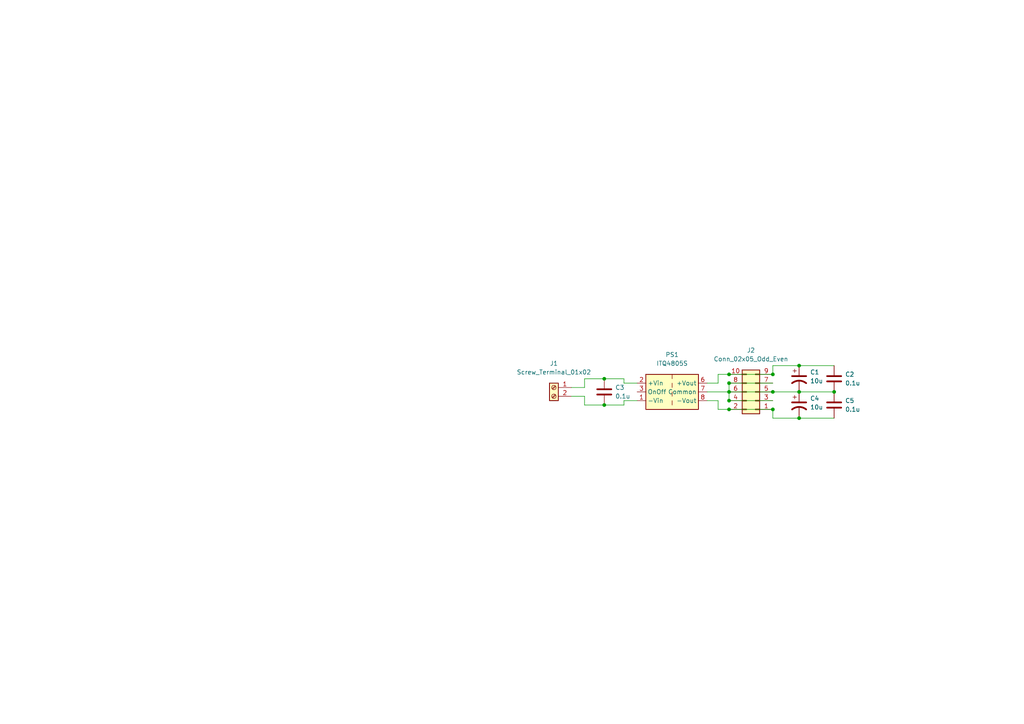
<source format=kicad_sch>
(kicad_sch (version 20211123) (generator eeschema)
  (paper "A4")
  (lib_symbols
    (symbol "Connector:Screw_Terminal_01x02" (pin_names (offset 1.016) hide)
      (property "Reference" "J" (at 0 2.54 0))
      (property "Value" "Screw_Terminal_01x02" (at 0 -5.08 0))
      (symbol "Screw_Terminal_01x02_1_1"
        (rectangle (start -1.27 1.27) (end 1.27 -3.81) (stroke (width 0.254)) (fill (type background)))
        (circle (center 0 -2.54) (radius 0.635) (stroke (width 0.1524)))
        (polyline (pts (xy -0.5334 -2.2098) (xy 0.3302 -3.048)) (stroke (width 0.1524)))
        (polyline (pts (xy -0.5334 0.3302) (xy 0.3302 -0.508)) (stroke (width 0.1524)))
        (polyline (pts (xy -0.3556 -2.032) (xy 0.508 -2.8702)) (stroke (width 0.1524)))
        (polyline (pts (xy -0.3556 0.508) (xy 0.508 -0.3302)) (stroke (width 0.1524)))
        (circle (center 0 0) (radius 0.635) (stroke (width 0.1524)))
        (pin passive line (at -5.08 0 0) (length 3.81) (name "Pin_1") (number "1"))
        (pin passive line (at -5.08 -2.54 0) (length 3.81) (name "Pin_2") (number "2"))
      )
    )
    (symbol "Connector_Generic:Conn_02x05_Odd_Even" (pin_names (offset 1.016) hide)
      (property "Reference" "J" (at 1.27 7.62 0))
      (property "Value" "Conn_02x05_Odd_Even" (at 1.27 -7.62 0))
      (symbol "Conn_02x05_Odd_Even_1_1"
        (rectangle (start -1.27 -4.953) (end 0 -5.207) (stroke (width 0.1524)))
        (rectangle (start -1.27 -2.413) (end 0 -2.667) (stroke (width 0.1524)))
        (rectangle (start -1.27 0.127) (end 0 -0.127) (stroke (width 0.1524)))
        (rectangle (start -1.27 2.667) (end 0 2.413) (stroke (width 0.1524)))
        (rectangle (start -1.27 5.207) (end 0 4.953) (stroke (width 0.1524)))
        (rectangle (start -1.27 6.35) (end 3.81 -6.35) (stroke (width 0.254)) (fill (type background)))
        (rectangle (start 3.81 -4.953) (end 2.54 -5.207) (stroke (width 0.1524)))
        (rectangle (start 3.81 -2.413) (end 2.54 -2.667) (stroke (width 0.1524)))
        (rectangle (start 3.81 0.127) (end 2.54 -0.127) (stroke (width 0.1524)))
        (rectangle (start 3.81 2.667) (end 2.54 2.413) (stroke (width 0.1524)))
        (rectangle (start 3.81 5.207) (end 2.54 4.953) (stroke (width 0.1524)))
        (pin passive line (at -5.08 5.08 0) (length 3.81) (name "Pin_1") (number "1"))
        (pin passive line (at 7.62 -5.08 180) (length 3.81) (name "Pin_10") (number "10"))
        (pin passive line (at 7.62 5.08 180) (length 3.81) (name "Pin_2") (number "2"))
        (pin passive line (at -5.08 2.54 0) (length 3.81) (name "Pin_3") (number "3"))
        (pin passive line (at 7.62 2.54 180) (length 3.81) (name "Pin_4") (number "4"))
        (pin passive line (at -5.08 0 0) (length 3.81) (name "Pin_5") (number "5"))
        (pin passive line (at 7.62 0 180) (length 3.81) (name "Pin_6") (number "6"))
        (pin passive line (at -5.08 -2.54 0) (length 3.81) (name "Pin_7") (number "7"))
        (pin passive line (at 7.62 -2.54 180) (length 3.81) (name "Pin_8") (number "8"))
        (pin passive line (at -5.08 -5.08 0) (length 3.81) (name "Pin_9") (number "9"))
      )
    )
    (symbol "Converter_DCDC:ITQ4805S"
      (property "Reference" "PS" (at -7.62 6.35 0))
      (property "Value" "ITQ4805S" (at 1.27 6.35 0))
      (symbol "ITQ4805S_0_0"
        (pin power_in line (at -10.16 -2.54 0) (length 2.54) (name "-Vin") (number "1"))
        (pin power_in line (at -10.16 2.54 0) (length 2.54) (name "+Vin") (number "2"))
        (pin input line (at -10.16 0 0) (length 2.54) (name "OnOff") (number "3"))
        (pin no_connect line (at 0 5.08 270) (length 2.54) hide (name "NC") (number "5"))
        (pin power_out line (at 10.16 2.54 180) (length 2.54) (name "+Vout") (number "6"))
        (pin power_out line (at 10.16 0 180) (length 2.54) (name "Common") (number "7"))
        (pin power_out line (at 10.16 -2.54 180) (length 2.54) (name "-Vout") (number "8"))
      )
      (symbol "ITQ4805S_0_1"
        (rectangle (start -7.62 5.08) (end 7.62 -5.08) (stroke (width 0.254)) (fill (type background)))
        (polyline (pts (xy 0 -2.54) (xy 0 -3.81)))
        (polyline (pts (xy 0 0) (xy 0 -1.27)))
        (polyline (pts (xy 0 2.54) (xy 0 1.27)))
        (polyline (pts (xy 0 5.08) (xy 0 3.81)))
      )
    )
    (symbol "Device:C" (pin_numbers hide) (pin_names (offset 0.254))
      (property "Reference" "C" (at 0.635 2.54 0))
      (property "Value" "C" (at 0.635 -2.54 0))
      (symbol "C_0_1"
        (polyline (pts (xy -2.032 -0.762) (xy 2.032 -0.762)) (stroke (width 0.508)))
        (polyline (pts (xy -2.032 0.762) (xy 2.032 0.762)) (stroke (width 0.508)))
      )
      (symbol "C_1_1"
        (pin passive line (at 0 3.81 270) (length 2.794) (name "~") (number "1"))
        (pin passive line (at 0 -3.81 90) (length 2.794) (name "~") (number "2"))
      )
    )
    (symbol "Device:C_Polarized_US" (pin_numbers hide) (pin_names (offset 0.254) hide)
      (property "Reference" "C" (at 0.635 2.54 0))
      (property "Value" "C_Polarized_US" (at 0.635 -2.54 0))
      (symbol "C_Polarized_US_0_1"
        (polyline (pts (xy -2.032 0.762) (xy 2.032 0.762)) (stroke (width 0.508)))
        (polyline (pts (xy -1.778 2.286) (xy -0.762 2.286)))
        (polyline (pts (xy -1.27 1.778) (xy -1.27 2.794)))
        (arc (start 2.032 -1.27) (mid 0 -0.5572) (end -2.032 -1.27) (stroke (width 0.508)))
      )
      (symbol "C_Polarized_US_1_1"
        (pin passive line (at 0 3.81 270) (length 2.794) (name "~") (number "1"))
        (pin passive line (at 0 -3.81 90) (length 3.302) (name "~") (number "2"))
      )
    )
  )
  (junction (at 231.775 113.665))
  (junction (at 211.455 111.125))
  (junction (at 175.26 109.855))
  (junction (at 231.775 106.045))
  (junction (at 241.935 113.665))
  (junction (at 224.155 108.585))
  (junction (at 211.455 108.585))
  (junction (at 224.155 113.665))
  (junction (at 231.775 121.285))
  (junction (at 211.455 116.205))
  (junction (at 224.155 118.745))
  (junction (at 211.455 113.665))
  (junction (at 175.26 117.475))
  (junction (at 211.455 118.745))
  (wire (pts (xy 231.775 113.665) (xy 241.935 113.665)))
  (wire (pts (xy 231.775 106.045) (xy 224.155 106.045)))
  (wire (pts (xy 180.975 117.475) (xy 180.975 116.205)))
  (wire (pts (xy 175.26 109.855) (xy 169.545 109.855)))
  (wire (pts (xy 211.455 108.585) (xy 224.155 108.585)))
  (wire (pts (xy 208.28 108.585) (xy 208.28 111.125)))
  (wire (pts (xy 211.455 113.665) (xy 224.155 113.665)))
  (wire (pts (xy 211.455 118.745) (xy 224.155 118.745)))
  (wire (pts (xy 224.155 113.665) (xy 231.775 113.665)))
  (wire (pts (xy 224.155 118.745) (xy 224.155 121.285)))
  (wire (pts (xy 211.455 116.205) (xy 224.155 116.205)))
  (wire (pts (xy 180.975 109.855) (xy 175.26 109.855)))
  (wire (pts (xy 208.28 118.745) (xy 211.455 118.745)))
  (wire (pts (xy 224.155 106.045) (xy 224.155 108.585)))
  (wire (pts (xy 184.785 111.125) (xy 180.975 111.125)))
  (wire (pts (xy 208.28 116.205) (xy 208.28 118.745)))
  (wire (pts (xy 205.105 116.205) (xy 208.28 116.205)))
  (wire (pts (xy 231.775 121.285) (xy 241.935 121.285)))
  (wire (pts (xy 211.455 111.125) (xy 211.455 113.665)))
  (wire (pts (xy 169.545 109.855) (xy 169.545 112.395)))
  (wire (pts (xy 169.545 114.935) (xy 169.545 117.475)))
  (wire (pts (xy 175.26 117.475) (xy 180.975 117.475)))
  (wire (pts (xy 180.975 116.205) (xy 184.785 116.205)))
  (wire (pts (xy 231.775 106.045) (xy 241.935 106.045)))
  (wire (pts (xy 211.455 113.665) (xy 211.455 116.205)))
  (wire (pts (xy 224.155 121.285) (xy 231.775 121.285)))
  (wire (pts (xy 211.455 108.585) (xy 208.28 108.585)))
  (wire (pts (xy 180.975 111.125) (xy 180.975 109.855)))
  (wire (pts (xy 205.105 111.125) (xy 208.28 111.125)))
  (wire (pts (xy 169.545 112.395) (xy 165.735 112.395)))
  (wire (pts (xy 165.735 114.935) (xy 169.545 114.935)))
  (wire (pts (xy 205.105 113.665) (xy 211.455 113.665)))
  (wire (pts (xy 211.455 111.125) (xy 224.155 111.125)))
  (wire (pts (xy 169.545 117.475) (xy 175.26 117.475)))
  (symbol (lib_id "Connector_Generic:Conn_02x05_Odd_Even") (at 219.075 113.665 180) (unit 1)
    (property "Reference" "J2" (at 217.805 101.6 0))
    (property "Value" "Conn_02x05_Odd_Even" (at 217.805 104.14 0))
    (property "Footprint" "Connector_PinSocket_2.54mm:PinSocket_2x05_P2.54mm_Vertical" (effects hide))
  )
  (symbol (lib_id "Device:C") (at 241.935 109.855 0) (unit 1)
    (property "Reference" "C2" (at 245.11 108.5849 0) (effects (justify left)))
    (property "Value" "0.1u" (at 245.11 111.1249 0) (effects (justify left)))
    (property "Footprint" "Capacitor_THT:C_Disc_D3.4mm_W2.1mm_P2.50mm" (effects hide))
  )
  (symbol (lib_id "Connector:Screw_Terminal_01x02") (at 160.655 112.395 0) (mirror y) (unit 1)
    (property "Reference" "J1" (at 160.655 105.41 0))
    (property "Value" "Screw_Terminal_01x02" (at 160.655 107.95 0))
    (property "Footprint" "TerminalBlock_Phoenix:TerminalBlock_Phoenix_PT-1,5-2-3.5-H_1x02_P3.50mm_Horizontal" (effects hide))
  )
  (symbol (lib_id "Device:C") (at 241.935 117.475 0) (unit 1)
    (property "Reference" "C5" (at 245.11 116.2049 0) (effects (justify left)))
    (property "Value" "0.1u" (at 245.11 118.7449 0) (effects (justify left)))
    (property "Footprint" "Capacitor_THT:C_Disc_D3.4mm_W2.1mm_P2.50mm" (effects hide))
  )
  (symbol (lib_id "Device:C_Polarized_US") (at 231.775 117.475 0) (unit 1)
    (property "Reference" "C4" (at 234.95 115.5699 0) (effects (justify left)))
    (property "Value" "10u" (at 234.95 118.1099 0) (effects (justify left)))
    (property "Footprint" "Capacitor_THT:CP_Radial_D5.0mm_P2.50mm" (effects hide))
  )
  (symbol (lib_id "Converter_DCDC:ITQ4805S") (at 194.945 113.665 0) (unit 1)
    (property "Reference" "PS1" (at 194.945 102.87 0))
    (property "Value" "ITQ4805S" (at 194.945 105.41 0))
    (property "Footprint" "Converter_DCDC:Converter_DCDC_XP_POWER-ITxxxxxS_THT" (effects hide))
    (property "Datasheet" "https://www.xppower.com/pdfs/SF_ITQ.pdf" (effects hide))
  )
  (symbol (lib_id "Device:C_Polarized_US") (at 231.775 109.855 0) (unit 1)
    (property "Reference" "C1" (at 234.95 107.9499 0) (effects (justify left)))
    (property "Value" "10u" (at 234.95 110.4899 0) (effects (justify left)))
    (property "Footprint" "Capacitor_THT:CP_Radial_D5.0mm_P2.50mm" (effects hide))
  )
  (symbol (lib_id "Device:C") (at 175.26 113.665 0) (unit 1)
    (property "Reference" "C3" (at 178.435 112.3949 0) (effects (justify left)))
    (property "Value" "0.1u" (at 178.435 114.9349 0) (effects (justify left)))
    (property "Footprint" "Capacitor_THT:C_Disc_D3.4mm_W2.1mm_P2.50mm" (effects hide))
  )
)
</source>
